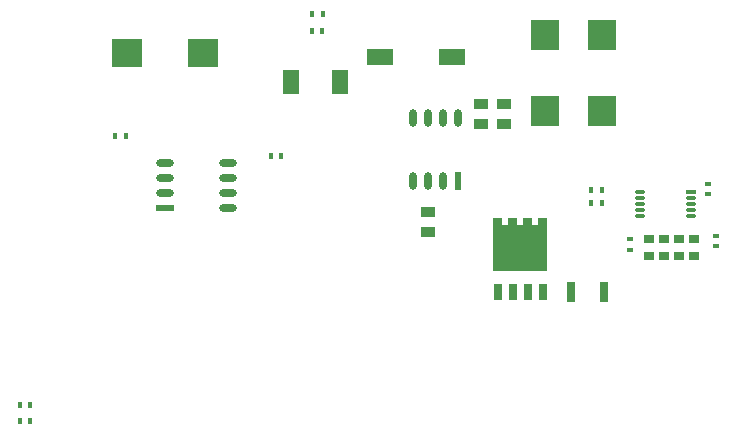
<source format=gbp>
G04*
G04 #@! TF.GenerationSoftware,Altium Limited,Altium Designer,19.0.12 (326)*
G04*
G04 Layer_Color=128*
%FSLAX25Y25*%
%MOIN*%
G70*
G01*
G75*
%ADD39R,0.09000X0.05500*%
%ADD40R,0.03000X0.06500*%
%ADD41R,0.02362X0.05984*%
%ADD42O,0.02362X0.05984*%
%ADD43R,0.03740X0.01200*%
%ADD44O,0.03740X0.01200*%
%ADD45O,0.05984X0.02362*%
%ADD46R,0.05984X0.02362*%
%ADD47R,0.09449X0.10236*%
%ADD48R,0.10236X0.09449*%
%ADD49R,0.02800X0.05400*%
%ADD50R,0.05512X0.08268*%
%ADD51R,0.02165X0.01772*%
%ADD52R,0.03543X0.02756*%
%ADD53R,0.01772X0.02165*%
%ADD54R,0.05118X0.03347*%
%ADD55R,0.01575X0.01968*%
G36*
X179500Y68100D02*
X161700D01*
Y85600D01*
X164500D01*
Y83300D01*
X166700D01*
Y85600D01*
X169500D01*
Y83300D01*
X171700D01*
Y85600D01*
X174500D01*
Y83300D01*
X176700D01*
Y85600D01*
X179500D01*
Y68100D01*
D02*
G37*
D39*
X147900Y139200D02*
D03*
X123900D02*
D03*
D40*
X198500Y61100D02*
D03*
X187500D02*
D03*
D41*
X150000Y97940D02*
D03*
D42*
X145000D02*
D03*
X140000D02*
D03*
X135000D02*
D03*
X150000Y118940D02*
D03*
X145000D02*
D03*
X140000D02*
D03*
X135000D02*
D03*
D43*
X227516Y94146D02*
D03*
D44*
Y92178D02*
D03*
Y90209D02*
D03*
Y88241D02*
D03*
Y86272D02*
D03*
X210469Y94146D02*
D03*
Y92178D02*
D03*
Y90209D02*
D03*
Y88241D02*
D03*
Y86272D02*
D03*
D45*
X73100Y104100D02*
D03*
Y99100D02*
D03*
Y94100D02*
D03*
Y89100D02*
D03*
X52100Y104100D02*
D03*
Y99100D02*
D03*
Y94100D02*
D03*
D46*
Y89100D02*
D03*
D47*
X197900Y121294D02*
D03*
Y146491D02*
D03*
X178828D02*
D03*
Y121294D02*
D03*
D48*
X64906Y140528D02*
D03*
X39709D02*
D03*
D49*
X178100Y82900D02*
D03*
X173100D02*
D03*
X168100D02*
D03*
X163100D02*
D03*
Y61100D02*
D03*
X168100D02*
D03*
X173100D02*
D03*
X178100D02*
D03*
D50*
X94132Y131100D02*
D03*
X110668D02*
D03*
D51*
X236000Y76128D02*
D03*
Y79672D02*
D03*
X233400Y93528D02*
D03*
Y97072D02*
D03*
X207269Y75038D02*
D03*
Y78581D02*
D03*
D52*
X218500Y73053D02*
D03*
Y78565D02*
D03*
X223500Y73053D02*
D03*
Y78565D02*
D03*
X228600Y73053D02*
D03*
Y78565D02*
D03*
X213669D02*
D03*
Y73053D02*
D03*
D53*
X35728Y112800D02*
D03*
X39272D02*
D03*
X91072Y106400D02*
D03*
X87528D02*
D03*
X194344Y90685D02*
D03*
X197887D02*
D03*
X194413Y94894D02*
D03*
X197956D02*
D03*
X104672Y148100D02*
D03*
X101128D02*
D03*
X104943Y153700D02*
D03*
X101400D02*
D03*
D54*
X165200Y123547D02*
D03*
Y116853D02*
D03*
X157700Y123547D02*
D03*
Y116853D02*
D03*
X139994Y87500D02*
D03*
Y80807D02*
D03*
D55*
X3900Y18041D02*
D03*
Y23159D02*
D03*
X7200D02*
D03*
Y18041D02*
D03*
M02*

</source>
